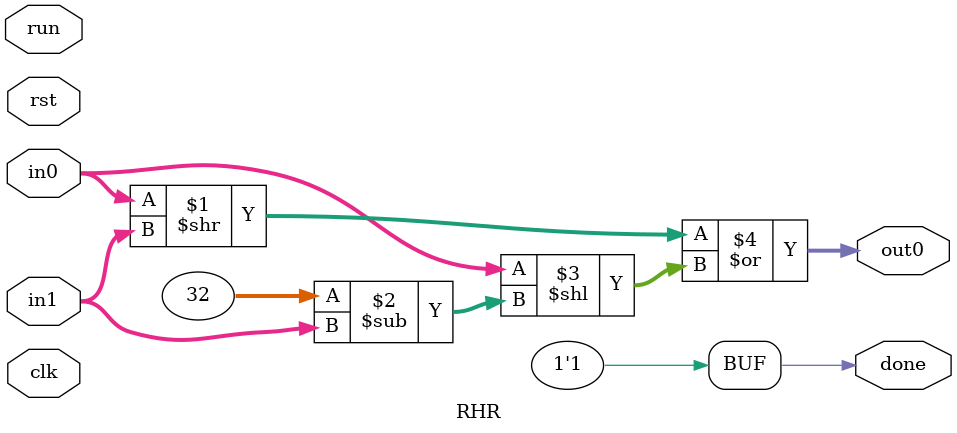
<source format=v>
`timescale 1ns / 1ps
`include "xversat.vh"

module RHR #(
         parameter DATA_W = 32
      )
      (
         input run,
         output done,

         input [DATA_W-1:0] in0,
         input [DATA_W-1:0] in1,

         output [DATA_W-1:0] out0,
      
         input clk,
         input rst
      ); 

assign out0 = (in0 >> in1) | (in0 << (DATA_W - in1));
assign done = 1'b1;

endmodule

</source>
